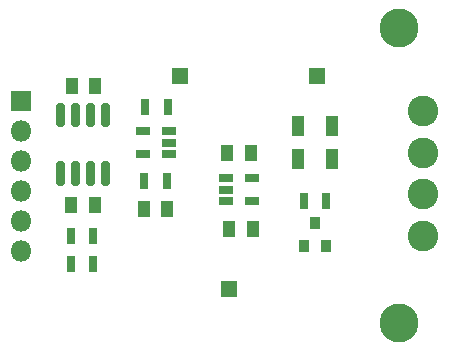
<source format=gbr>
%TF.GenerationSoftware,KiCad,Pcbnew,(5.1.6)-1*%
%TF.CreationDate,2020-11-03T17:55:30-08:00*%
%TF.ProjectId,adc_i2c_iso,6164635f-6932-4635-9f69-736f2e6b6963,rev?*%
%TF.SameCoordinates,Original*%
%TF.FileFunction,Soldermask,Top*%
%TF.FilePolarity,Negative*%
%FSLAX46Y46*%
G04 Gerber Fmt 4.6, Leading zero omitted, Abs format (unit mm)*
G04 Created by KiCad (PCBNEW (5.1.6)-1) date 2020-11-03 17:55:30*
%MOMM*%
%LPD*%
G01*
G04 APERTURE LIST*
%ADD10R,1.450000X1.450000*%
%ADD11R,0.900000X1.000000*%
%ADD12C,3.300000*%
%ADD13R,1.160000X0.750000*%
%ADD14R,0.800000X1.400000*%
%ADD15R,1.000000X1.800000*%
%ADD16R,1.800000X1.800000*%
%ADD17O,1.800000X1.800000*%
%ADD18C,2.600000*%
%ADD19R,1.100000X1.350000*%
G04 APERTURE END LIST*
%TO.C,U3*%
G36*
G01*
X103502200Y-95908200D02*
X103152200Y-95908200D01*
G75*
G02*
X102977200Y-95733200I0J175000D01*
G01*
X102977200Y-94033200D01*
G75*
G02*
X103152200Y-93858200I175000J0D01*
G01*
X103502200Y-93858200D01*
G75*
G02*
X103677200Y-94033200I0J-175000D01*
G01*
X103677200Y-95733200D01*
G75*
G02*
X103502200Y-95908200I-175000J0D01*
G01*
G37*
G36*
G01*
X104772200Y-95908200D02*
X104422200Y-95908200D01*
G75*
G02*
X104247200Y-95733200I0J175000D01*
G01*
X104247200Y-94033200D01*
G75*
G02*
X104422200Y-93858200I175000J0D01*
G01*
X104772200Y-93858200D01*
G75*
G02*
X104947200Y-94033200I0J-175000D01*
G01*
X104947200Y-95733200D01*
G75*
G02*
X104772200Y-95908200I-175000J0D01*
G01*
G37*
G36*
G01*
X106042200Y-95908200D02*
X105692200Y-95908200D01*
G75*
G02*
X105517200Y-95733200I0J175000D01*
G01*
X105517200Y-94033200D01*
G75*
G02*
X105692200Y-93858200I175000J0D01*
G01*
X106042200Y-93858200D01*
G75*
G02*
X106217200Y-94033200I0J-175000D01*
G01*
X106217200Y-95733200D01*
G75*
G02*
X106042200Y-95908200I-175000J0D01*
G01*
G37*
G36*
G01*
X107312200Y-95908200D02*
X106962200Y-95908200D01*
G75*
G02*
X106787200Y-95733200I0J175000D01*
G01*
X106787200Y-94033200D01*
G75*
G02*
X106962200Y-93858200I175000J0D01*
G01*
X107312200Y-93858200D01*
G75*
G02*
X107487200Y-94033200I0J-175000D01*
G01*
X107487200Y-95733200D01*
G75*
G02*
X107312200Y-95908200I-175000J0D01*
G01*
G37*
G36*
G01*
X107312200Y-100858200D02*
X106962200Y-100858200D01*
G75*
G02*
X106787200Y-100683200I0J175000D01*
G01*
X106787200Y-98983200D01*
G75*
G02*
X106962200Y-98808200I175000J0D01*
G01*
X107312200Y-98808200D01*
G75*
G02*
X107487200Y-98983200I0J-175000D01*
G01*
X107487200Y-100683200D01*
G75*
G02*
X107312200Y-100858200I-175000J0D01*
G01*
G37*
G36*
G01*
X106042200Y-100858200D02*
X105692200Y-100858200D01*
G75*
G02*
X105517200Y-100683200I0J175000D01*
G01*
X105517200Y-98983200D01*
G75*
G02*
X105692200Y-98808200I175000J0D01*
G01*
X106042200Y-98808200D01*
G75*
G02*
X106217200Y-98983200I0J-175000D01*
G01*
X106217200Y-100683200D01*
G75*
G02*
X106042200Y-100858200I-175000J0D01*
G01*
G37*
G36*
G01*
X104772200Y-100858200D02*
X104422200Y-100858200D01*
G75*
G02*
X104247200Y-100683200I0J175000D01*
G01*
X104247200Y-98983200D01*
G75*
G02*
X104422200Y-98808200I175000J0D01*
G01*
X104772200Y-98808200D01*
G75*
G02*
X104947200Y-98983200I0J-175000D01*
G01*
X104947200Y-100683200D01*
G75*
G02*
X104772200Y-100858200I-175000J0D01*
G01*
G37*
G36*
G01*
X103502200Y-100858200D02*
X103152200Y-100858200D01*
G75*
G02*
X102977200Y-100683200I0J175000D01*
G01*
X102977200Y-98983200D01*
G75*
G02*
X103152200Y-98808200I175000J0D01*
G01*
X103502200Y-98808200D01*
G75*
G02*
X103677200Y-98983200I0J-175000D01*
G01*
X103677200Y-100683200D01*
G75*
G02*
X103502200Y-100858200I-175000J0D01*
G01*
G37*
%TD*%
D10*
%TO.C,J4*%
X113413540Y-91600020D03*
%TD*%
%TO.C,J3*%
X117558820Y-109613700D03*
%TD*%
%TO.C,J1*%
X125072140Y-91549220D03*
%TD*%
D11*
%TO.C,D1*%
X123901160Y-105988360D03*
X125801160Y-105988360D03*
X124851160Y-103988360D03*
%TD*%
D12*
%TO.C,REF\u002A\u002A*%
X132000000Y-112500000D03*
%TD*%
%TO.C,REF\u002A\u002A*%
X132000000Y-87500000D03*
%TD*%
D13*
%TO.C,U1*%
X117307180Y-100246140D03*
X117307180Y-101196140D03*
X117307180Y-102146140D03*
X119507180Y-102146140D03*
X119507180Y-100246140D03*
%TD*%
D14*
%TO.C,R7*%
X106080600Y-107518200D03*
X104180600Y-107518200D03*
%TD*%
%TO.C,R6*%
X106080600Y-105105200D03*
X104180600Y-105105200D03*
%TD*%
%TO.C,R5*%
X112303600Y-100457000D03*
X110403600Y-100457000D03*
%TD*%
%TO.C,R4*%
X112405200Y-94234000D03*
X110505200Y-94234000D03*
%TD*%
%TO.C,R3*%
X125808780Y-102196900D03*
X123908780Y-102196900D03*
%TD*%
D15*
%TO.C,R2*%
X123401160Y-95841820D03*
X126301160Y-95841820D03*
%TD*%
%TO.C,R1*%
X126301160Y-98585020D03*
X123401160Y-98585020D03*
%TD*%
D16*
%TO.C,J5*%
X100000000Y-93650000D03*
D17*
X100000000Y-96190000D03*
X100000000Y-98730000D03*
X100000000Y-101270000D03*
X100000000Y-103810000D03*
X100000000Y-106350000D03*
%TD*%
D18*
%TO.C,J2*%
X134000000Y-94579800D03*
X134000000Y-98079800D03*
X134000000Y-101579800D03*
X134000000Y-105079800D03*
%TD*%
D13*
%TO.C,U2*%
X112529800Y-98155800D03*
X112529800Y-97205800D03*
X112529800Y-96255800D03*
X110329800Y-96255800D03*
X110329800Y-98155800D03*
%TD*%
D19*
%TO.C,C5*%
X104206800Y-102514400D03*
X106206800Y-102514400D03*
%TD*%
%TO.C,C4*%
X104257600Y-92405200D03*
X106257600Y-92405200D03*
%TD*%
%TO.C,C3*%
X112353600Y-102870000D03*
X110353600Y-102870000D03*
%TD*%
%TO.C,C2*%
X117407180Y-98097340D03*
X119407180Y-98097340D03*
%TD*%
%TO.C,C1*%
X117610380Y-104543860D03*
X119610380Y-104543860D03*
%TD*%
M02*

</source>
